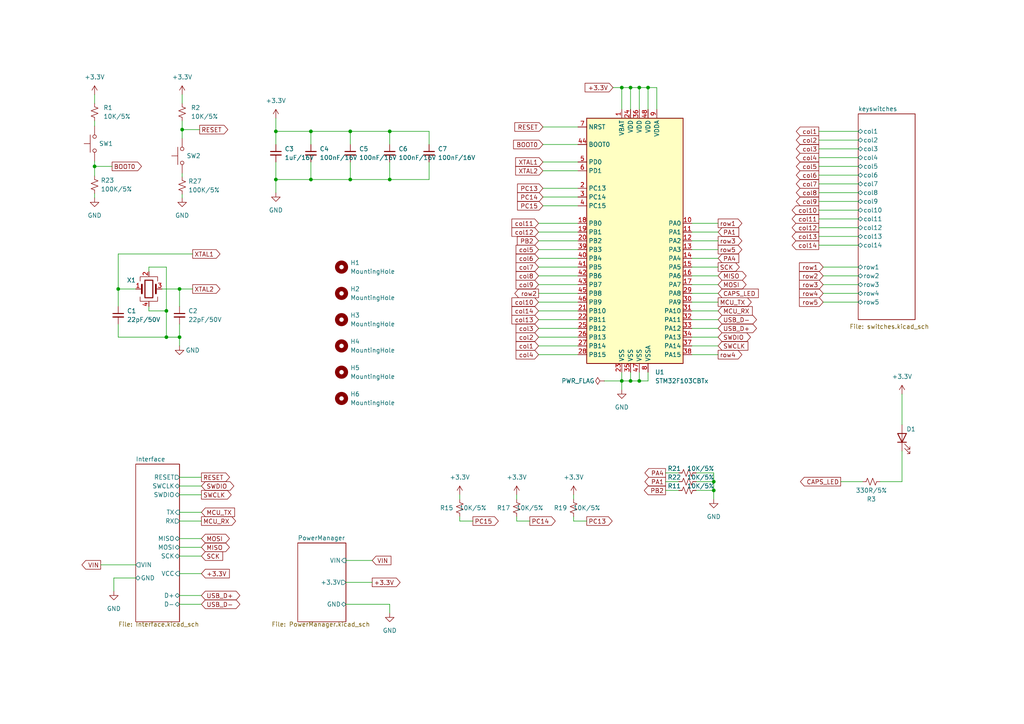
<source format=kicad_sch>
(kicad_sch (version 20211123) (generator eeschema)
  (paper "A4")
  (lib_symbols
    (symbol "Device:C_Small" (pin_numbers hide) (pin_names (offset 0.254) hide)
      (property "Reference" "C" (at 0.254 1.778 0))
      (property "Value" "C_Small" (at 0.254 -2.032 0))
      (symbol "C_Small_0_1"
        (polyline (pts (xy -1.524 -0.508) (xy 1.524 -0.508)) (stroke (width 0.3302)))
        (polyline (pts (xy -1.524 0.508) (xy 1.524 0.508)) (stroke (width 0.3048)))
      )
      (symbol "C_Small_1_1"
        (pin passive line (at 0 2.54 270) (length 2.032) (name "~") (number "1"))
        (pin passive line (at 0 -2.54 90) (length 2.032) (name "~") (number "2"))
      )
    )
    (symbol "Device:Crystal_GND24" (pin_names (offset 1.016) hide)
      (property "Reference" "Y" (at 3.175 5.08 0))
      (property "Value" "Crystal_GND24" (at 3.175 3.175 0))
      (symbol "Crystal_GND24_0_1"
        (rectangle (start -1.143 2.54) (end 1.143 -2.54) (stroke (width 0.3048)))
        (polyline (pts (xy -2.54 0) (xy -2.032 0)))
        (polyline (pts (xy -2.032 -1.27) (xy -2.032 1.27)) (stroke (width 0.508)))
        (polyline (pts (xy 0 -3.81) (xy 0 -3.556)))
        (polyline (pts (xy 0 3.556) (xy 0 3.81)))
        (polyline (pts (xy 2.032 -1.27) (xy 2.032 1.27)) (stroke (width 0.508)))
        (polyline (pts (xy 2.032 0) (xy 2.54 0)))
        (polyline (pts (xy -2.54 -2.286) (xy -2.54 -3.556) (xy 2.54 -3.556) (xy 2.54 -2.286)))
        (polyline (pts (xy -2.54 2.286) (xy -2.54 3.556) (xy 2.54 3.556) (xy 2.54 2.286)))
      )
      (symbol "Crystal_GND24_1_1"
        (pin passive line (at -3.81 0 0) (length 1.27) (name "1") (number "1"))
        (pin passive line (at 0 5.08 270) (length 1.27) (name "2") (number "2"))
        (pin passive line (at 3.81 0 180) (length 1.27) (name "3") (number "3"))
        (pin passive line (at 0 -5.08 90) (length 1.27) (name "4") (number "4"))
      )
    )
    (symbol "Device:LED" (pin_numbers hide) (pin_names (offset 1.016) hide)
      (property "Reference" "D" (at 0 2.54 0))
      (property "Value" "LED" (at 0 -2.54 0))
      (symbol "LED_0_1"
        (polyline (pts (xy -1.27 -1.27) (xy -1.27 1.27)) (stroke (width 0.254)))
        (polyline (pts (xy -1.27 0) (xy 1.27 0)))
        (polyline (pts (xy 1.27 -1.27) (xy 1.27 1.27) (xy -1.27 0) (xy 1.27 -1.27)) (stroke (width 0.254)))
        (polyline (pts (xy -3.048 -0.762) (xy -4.572 -2.286) (xy -3.81 -2.286) (xy -4.572 -2.286) (xy -4.572 -1.524)))
        (polyline (pts (xy -1.778 -0.762) (xy -3.302 -2.286) (xy -2.54 -2.286) (xy -3.302 -2.286) (xy -3.302 -1.524)))
      )
      (symbol "LED_1_1"
        (pin passive line (at -3.81 0 0) (length 2.54) (name "K") (number "1"))
        (pin passive line (at 3.81 0 180) (length 2.54) (name "A") (number "2"))
      )
    )
    (symbol "Device:R_Small_US" (pin_numbers hide) (pin_names (offset 0.254) hide)
      (property "Reference" "R" (at 0.762 0.508 0))
      (property "Value" "R_Small_US" (at 0.762 -1.016 0))
      (symbol "R_Small_US_1_1"
        (polyline (pts (xy 0 0) (xy 1.016 -0.381) (xy 0 -0.762) (xy -1.016 -1.143) (xy 0 -1.524)))
        (polyline (pts (xy 0 1.524) (xy 1.016 1.143) (xy 0 0.762) (xy -1.016 0.381) (xy 0 0)))
        (pin passive line (at 0 2.54 270) (length 1.016) (name "~") (number "1"))
        (pin passive line (at 0 -2.54 90) (length 1.016) (name "~") (number "2"))
      )
    )
    (symbol "MCU_ST_STM32F1:STM32F103CBTx"
      (property "Reference" "U" (at -15.24 36.83 0))
      (property "Value" "STM32F103CBTx" (at 7.62 36.83 0))
      (symbol "STM32F103CBTx_0_1"
        (rectangle (start -15.24 -35.56) (end 12.7 35.56) (stroke (width 0.254)) (fill (type background)))
      )
      (symbol "STM32F103CBTx_1_1"
        (pin power_in line (at -5.08 38.1 270) (length 2.54) (name "VBAT") (number "1"))
        (pin bidirectional line (at 15.24 5.08 180) (length 2.54) (name "PA0") (number "10"))
        (pin bidirectional line (at 15.24 2.54 180) (length 2.54) (name "PA1") (number "11"))
        (pin bidirectional line (at 15.24 0 180) (length 2.54) (name "PA2") (number "12"))
        (pin bidirectional line (at 15.24 -2.54 180) (length 2.54) (name "PA3") (number "13"))
        (pin bidirectional line (at 15.24 -5.08 180) (length 2.54) (name "PA4") (number "14"))
        (pin bidirectional line (at 15.24 -7.62 180) (length 2.54) (name "PA5") (number "15"))
        (pin bidirectional line (at 15.24 -10.16 180) (length 2.54) (name "PA6") (number "16"))
        (pin bidirectional line (at 15.24 -12.7 180) (length 2.54) (name "PA7") (number "17"))
        (pin bidirectional line (at -17.78 5.08 0) (length 2.54) (name "PB0") (number "18"))
        (pin bidirectional line (at -17.78 2.54 0) (length 2.54) (name "PB1") (number "19"))
        (pin bidirectional line (at -17.78 15.24 0) (length 2.54) (name "PC13") (number "2"))
        (pin bidirectional line (at -17.78 0 0) (length 2.54) (name "PB2") (number "20"))
        (pin bidirectional line (at -17.78 -20.32 0) (length 2.54) (name "PB10") (number "21"))
        (pin bidirectional line (at -17.78 -22.86 0) (length 2.54) (name "PB11") (number "22"))
        (pin power_in line (at -5.08 -38.1 90) (length 2.54) (name "VSS") (number "23"))
        (pin power_in line (at -2.54 38.1 270) (length 2.54) (name "VDD") (number "24"))
        (pin bidirectional line (at -17.78 -25.4 0) (length 2.54) (name "PB12") (number "25"))
        (pin bidirectional line (at -17.78 -27.94 0) (length 2.54) (name "PB13") (number "26"))
        (pin bidirectional line (at -17.78 -30.48 0) (length 2.54) (name "PB14") (number "27"))
        (pin bidirectional line (at -17.78 -33.02 0) (length 2.54) (name "PB15") (number "28"))
        (pin bidirectional line (at 15.24 -15.24 180) (length 2.54) (name "PA8") (number "29"))
        (pin bidirectional line (at -17.78 12.7 0) (length 2.54) (name "PC14") (number "3"))
        (pin bidirectional line (at 15.24 -17.78 180) (length 2.54) (name "PA9") (number "30"))
        (pin bidirectional line (at 15.24 -20.32 180) (length 2.54) (name "PA10") (number "31"))
        (pin bidirectional line (at 15.24 -22.86 180) (length 2.54) (name "PA11") (number "32"))
        (pin bidirectional line (at 15.24 -25.4 180) (length 2.54) (name "PA12") (number "33"))
        (pin bidirectional line (at 15.24 -27.94 180) (length 2.54) (name "PA13") (number "34"))
        (pin power_in line (at -2.54 -38.1 90) (length 2.54) (name "VSS") (number "35"))
        (pin power_in line (at 0 38.1 270) (length 2.54) (name "VDD") (number "36"))
        (pin bidirectional line (at 15.24 -30.48 180) (length 2.54) (name "PA14") (number "37"))
        (pin bidirectional line (at 15.24 -33.02 180) (length 2.54) (name "PA15") (number "38"))
        (pin bidirectional line (at -17.78 -2.54 0) (length 2.54) (name "PB3") (number "39"))
        (pin bidirectional line (at -17.78 10.16 0) (length 2.54) (name "PC15") (number "4"))
        (pin bidirectional line (at -17.78 -5.08 0) (length 2.54) (name "PB4") (number "40"))
        (pin bidirectional line (at -17.78 -7.62 0) (length 2.54) (name "PB5") (number "41"))
        (pin bidirectional line (at -17.78 -10.16 0) (length 2.54) (name "PB6") (number "42"))
        (pin bidirectional line (at -17.78 -12.7 0) (length 2.54) (name "PB7") (number "43"))
        (pin input line (at -17.78 27.94 0) (length 2.54) (name "BOOT0") (number "44"))
        (pin bidirectional line (at -17.78 -15.24 0) (length 2.54) (name "PB8") (number "45"))
        (pin bidirectional line (at -17.78 -17.78 0) (length 2.54) (name "PB9") (number "46"))
        (pin power_in line (at 0 -38.1 90) (length 2.54) (name "VSS") (number "47"))
        (pin power_in line (at 2.54 38.1 270) (length 2.54) (name "VDD") (number "48"))
        (pin input line (at -17.78 22.86 0) (length 2.54) (name "PD0") (number "5"))
        (pin input line (at -17.78 20.32 0) (length 2.54) (name "PD1") (number "6"))
        (pin input line (at -17.78 33.02 0) (length 2.54) (name "NRST") (number "7"))
        (pin power_in line (at 2.54 -38.1 90) (length 2.54) (name "VSSA") (number "8"))
        (pin power_in line (at 5.08 38.1 270) (length 2.54) (name "VDDA") (number "9"))
      )
    )
    (symbol "Mechanical:MountingHole" (pin_names (offset 1.016))
      (property "Reference" "H" (at 0 5.08 0))
      (property "Value" "MountingHole" (at 0 3.175 0))
      (symbol "MountingHole_0_1"
        (circle (center 0 0) (radius 1.27) (stroke (width 1.27)))
      )
    )
    (symbol "Switch:SW_Push" (pin_numbers hide) (pin_names (offset 1.016) hide)
      (property "Reference" "SW" (at 1.27 2.54 0))
      (property "Value" "SW_Push" (at 0 -1.524 0))
      (symbol "SW_Push_0_1"
        (circle (center -2.032 0) (radius 0.508))
        (polyline (pts (xy 0 1.27) (xy 0 3.048)))
        (polyline (pts (xy 2.54 1.27) (xy -2.54 1.27)))
        (circle (center 2.032 0) (radius 0.508))
        (pin passive line (at -5.08 0 0) (length 2.54) (name "1") (number "1"))
        (pin passive line (at 5.08 0 180) (length 2.54) (name "2") (number "2"))
      )
    )
    (symbol "power:+3.3V" (power) (pin_names (offset 0))
      (property "Value" "+3.3V" (at 0 3.556 0))
      (symbol "+3.3V_0_1"
        (polyline (pts (xy -0.762 1.27) (xy 0 2.54)))
        (polyline (pts (xy 0 0) (xy 0 2.54)))
        (polyline (pts (xy 0 2.54) (xy 0.762 1.27)))
      )
      (symbol "+3.3V_1_1"
        (pin power_in line (at 0 0 90) (length 0) hide (name "+3.3V") (number "1"))
      )
    )
    (symbol "power:GND" (power) (pin_names (offset 0))
      (property "Value" "GND" (at 0 -3.81 0))
      (symbol "GND_0_1"
        (polyline (pts (xy 0 0) (xy 0 -1.27) (xy 1.27 -1.27) (xy 0 -2.54) (xy -1.27 -1.27) (xy 0 -1.27)))
      )
      (symbol "GND_1_1"
        (pin power_in line (at 0 0 270) (length 0) hide (name "GND") (number "1"))
      )
    )
    (symbol "power:PWR_FLAG" (power) (pin_numbers hide) (pin_names (offset 0) hide)
      (property "Value" "PWR_FLAG" (at 0 3.81 0))
      (symbol "PWR_FLAG_0_0"
        (pin power_out line (at 0 0 90) (length 0) (name "pwr") (number "1"))
      )
      (symbol "PWR_FLAG_0_1"
        (polyline (pts (xy 0 0) (xy 0 1.27) (xy -1.016 1.905) (xy 0 2.54) (xy 1.016 1.905) (xy 0 1.27)))
      )
    )
  )
  (junction (at 34.29 83.82))
  (junction (at 101.6 52.07))
  (junction (at 180.34 110.49))
  (junction (at 185.42 110.49))
  (junction (at 52.07 97.79))
  (junction (at 27.432 48.26))
  (junction (at 90.17 52.07))
  (junction (at 182.88 25.4))
  (junction (at 80.01 52.07))
  (junction (at 113.03 52.07))
  (junction (at 187.96 25.4))
  (junction (at 113.03 38.1))
  (junction (at 48.26 90.17))
  (junction (at 185.42 25.4))
  (junction (at 48.26 97.79))
  (junction (at 207.01 139.7))
  (junction (at 52.07 83.82))
  (junction (at 80.01 38.1))
  (junction (at 90.17 38.1))
  (junction (at 207.01 142.24))
  (junction (at 180.34 25.4))
  (junction (at 52.832 37.592))
  (junction (at 101.6 38.1))
  (junction (at 182.88 110.49))
  (wire (pts (xy 100.33 175.26) (xy 113.03 175.26)))
  (wire (pts (xy 124.46 38.1) (xy 124.46 41.91)))
  (wire (pts (xy 261.62 114.3) (xy 261.62 123.19)))
  (wire (pts (xy 52.07 158.75) (xy 58.42 158.75)))
  (wire (pts (xy 237.49 60.96) (xy 248.92 60.96)))
  (wire (pts (xy 166.37 149.86) (xy 166.37 151.13)))
  (wire (pts (xy 52.07 140.97) (xy 58.42 140.97)))
  (wire (pts (xy 156.21 85.09) (xy 167.64 85.09)))
  (wire (pts (xy 200.66 87.63) (xy 208.28 87.63)))
  (wire (pts (xy 52.07 138.43) (xy 58.42 138.43)))
  (wire (pts (xy 133.35 143.51) (xy 133.35 144.78)))
  (wire (pts (xy 52.07 156.21) (xy 58.42 156.21)))
  (wire (pts (xy 237.49 38.1) (xy 248.92 38.1)))
  (wire (pts (xy 149.86 151.13) (xy 153.67 151.13)))
  (wire (pts (xy 90.17 46.99) (xy 90.17 52.07)))
  (wire (pts (xy 182.88 25.4) (xy 185.42 25.4)))
  (wire (pts (xy 243.84 139.7) (xy 250.19 139.7)))
  (wire (pts (xy 52.07 93.98) (xy 52.07 97.79)))
  (wire (pts (xy 156.21 64.77) (xy 167.64 64.77)))
  (wire (pts (xy 80.01 52.07) (xy 80.01 55.88)))
  (wire (pts (xy 200.66 72.39) (xy 208.28 72.39)))
  (wire (pts (xy 80.01 38.1) (xy 90.17 38.1)))
  (wire (pts (xy 52.07 143.51) (xy 58.42 143.51)))
  (wire (pts (xy 100.33 168.91) (xy 107.95 168.91)))
  (wire (pts (xy 156.21 87.63) (xy 167.64 87.63)))
  (wire (pts (xy 193.04 137.16) (xy 196.85 137.16)))
  (wire (pts (xy 200.66 69.85) (xy 208.28 69.85)))
  (wire (pts (xy 200.66 95.25) (xy 208.28 95.25)))
  (wire (pts (xy 33.02 167.64) (xy 39.37 167.64)))
  (wire (pts (xy 201.93 142.24) (xy 207.01 142.24)))
  (wire (pts (xy 52.832 27.432) (xy 52.832 29.972)))
  (wire (pts (xy 113.03 38.1) (xy 113.03 41.91)))
  (wire (pts (xy 27.432 48.26) (xy 32.512 48.26)))
  (wire (pts (xy 157.48 46.99) (xy 167.64 46.99)))
  (wire (pts (xy 255.27 139.7) (xy 261.62 139.7)))
  (wire (pts (xy 27.432 46.736) (xy 27.432 48.26)))
  (wire (pts (xy 237.49 66.04) (xy 248.92 66.04)))
  (wire (pts (xy 52.832 37.592) (xy 52.832 40.132)))
  (wire (pts (xy 48.26 77.47) (xy 48.26 90.17)))
  (wire (pts (xy 156.21 97.79) (xy 167.64 97.79)))
  (wire (pts (xy 200.66 97.79) (xy 208.28 97.79)))
  (wire (pts (xy 52.07 148.59) (xy 58.42 148.59)))
  (wire (pts (xy 182.88 110.49) (xy 185.42 110.49)))
  (wire (pts (xy 80.01 46.99) (xy 80.01 52.07)))
  (wire (pts (xy 156.21 67.31) (xy 167.64 67.31)))
  (wire (pts (xy 200.66 90.17) (xy 208.28 90.17)))
  (wire (pts (xy 157.48 41.91) (xy 167.64 41.91)))
  (wire (pts (xy 200.66 64.77) (xy 208.28 64.77)))
  (wire (pts (xy 187.96 25.4) (xy 187.96 31.75)))
  (wire (pts (xy 113.03 46.99) (xy 113.03 52.07)))
  (wire (pts (xy 185.42 110.49) (xy 187.96 110.49)))
  (wire (pts (xy 156.21 100.33) (xy 167.64 100.33)))
  (wire (pts (xy 46.99 83.82) (xy 52.07 83.82)))
  (wire (pts (xy 156.21 102.87) (xy 167.64 102.87)))
  (wire (pts (xy 166.37 143.51) (xy 166.37 144.78)))
  (wire (pts (xy 237.49 43.18) (xy 248.92 43.18)))
  (wire (pts (xy 27.432 27.432) (xy 27.432 29.972)))
  (wire (pts (xy 207.01 142.24) (xy 207.01 144.78)))
  (wire (pts (xy 207.01 137.16) (xy 207.01 139.7)))
  (wire (pts (xy 52.832 35.052) (xy 52.832 37.592)))
  (wire (pts (xy 200.66 102.87) (xy 208.28 102.87)))
  (wire (pts (xy 100.33 162.56) (xy 107.95 162.56)))
  (wire (pts (xy 157.48 57.15) (xy 167.64 57.15)))
  (wire (pts (xy 133.35 151.13) (xy 137.16 151.13)))
  (wire (pts (xy 48.26 97.79) (xy 52.07 97.79)))
  (wire (pts (xy 113.03 52.07) (xy 101.6 52.07)))
  (wire (pts (xy 52.832 37.592) (xy 57.912 37.592)))
  (wire (pts (xy 200.66 100.33) (xy 208.28 100.33)))
  (wire (pts (xy 80.01 38.1) (xy 80.01 41.91)))
  (wire (pts (xy 177.8 25.4) (xy 180.34 25.4)))
  (wire (pts (xy 43.18 90.17) (xy 43.18 88.9)))
  (wire (pts (xy 237.49 50.8) (xy 248.92 50.8)))
  (wire (pts (xy 34.29 93.98) (xy 34.29 97.79)))
  (wire (pts (xy 52.07 97.79) (xy 52.07 100.33)))
  (wire (pts (xy 27.432 56.134) (xy 27.432 57.404)))
  (wire (pts (xy 185.42 25.4) (xy 187.96 25.4)))
  (wire (pts (xy 185.42 107.95) (xy 185.42 110.49)))
  (wire (pts (xy 48.26 90.17) (xy 48.26 97.79)))
  (wire (pts (xy 166.37 151.13) (xy 170.18 151.13)))
  (wire (pts (xy 133.35 149.86) (xy 133.35 151.13)))
  (wire (pts (xy 237.49 58.42) (xy 248.92 58.42)))
  (wire (pts (xy 157.48 54.61) (xy 167.64 54.61)))
  (wire (pts (xy 180.34 31.75) (xy 180.34 25.4)))
  (wire (pts (xy 52.07 172.72) (xy 58.42 172.72)))
  (wire (pts (xy 156.21 90.17) (xy 167.64 90.17)))
  (wire (pts (xy 237.49 63.5) (xy 248.92 63.5)))
  (wire (pts (xy 156.21 95.25) (xy 167.64 95.25)))
  (wire (pts (xy 39.37 83.82) (xy 34.29 83.82)))
  (wire (pts (xy 237.49 71.12) (xy 248.92 71.12)))
  (wire (pts (xy 90.17 52.07) (xy 80.01 52.07)))
  (wire (pts (xy 200.66 80.01) (xy 208.28 80.01)))
  (wire (pts (xy 201.93 139.7) (xy 207.01 139.7)))
  (wire (pts (xy 52.07 83.82) (xy 52.07 88.9)))
  (wire (pts (xy 180.34 107.95) (xy 180.34 110.49)))
  (wire (pts (xy 238.76 82.55) (xy 248.92 82.55)))
  (wire (pts (xy 261.62 130.81) (xy 261.62 139.7)))
  (wire (pts (xy 157.48 59.69) (xy 167.64 59.69)))
  (wire (pts (xy 238.76 85.09) (xy 248.92 85.09)))
  (wire (pts (xy 29.21 163.83) (xy 39.37 163.83)))
  (wire (pts (xy 207.01 139.7) (xy 207.01 142.24)))
  (wire (pts (xy 101.6 38.1) (xy 101.6 41.91)))
  (wire (pts (xy 200.66 77.47) (xy 208.28 77.47)))
  (wire (pts (xy 237.49 55.88) (xy 248.92 55.88)))
  (wire (pts (xy 52.07 151.13) (xy 58.42 151.13)))
  (wire (pts (xy 156.21 77.47) (xy 167.64 77.47)))
  (wire (pts (xy 33.02 171.45) (xy 33.02 167.64)))
  (wire (pts (xy 237.49 45.72) (xy 248.92 45.72)))
  (wire (pts (xy 193.04 142.24) (xy 196.85 142.24)))
  (wire (pts (xy 43.18 77.47) (xy 48.26 77.47)))
  (wire (pts (xy 200.66 82.55) (xy 208.28 82.55)))
  (wire (pts (xy 200.66 92.71) (xy 208.28 92.71)))
  (wire (pts (xy 237.49 48.26) (xy 248.92 48.26)))
  (wire (pts (xy 187.96 107.95) (xy 187.96 110.49)))
  (wire (pts (xy 52.832 56.388) (xy 52.832 57.404)))
  (wire (pts (xy 182.88 110.49) (xy 180.34 110.49)))
  (wire (pts (xy 27.432 48.26) (xy 27.432 51.054)))
  (wire (pts (xy 52.07 161.29) (xy 58.42 161.29)))
  (wire (pts (xy 156.21 74.93) (xy 167.64 74.93)))
  (wire (pts (xy 101.6 46.99) (xy 101.6 52.07)))
  (wire (pts (xy 55.88 73.66) (xy 34.29 73.66)))
  (wire (pts (xy 34.29 97.79) (xy 48.26 97.79)))
  (wire (pts (xy 156.21 92.71) (xy 167.64 92.71)))
  (wire (pts (xy 180.34 25.4) (xy 182.88 25.4)))
  (wire (pts (xy 124.46 52.07) (xy 113.03 52.07)))
  (wire (pts (xy 182.88 107.95) (xy 182.88 110.49)))
  (wire (pts (xy 180.34 110.49) (xy 180.34 113.03)))
  (wire (pts (xy 190.5 25.4) (xy 190.5 31.75)))
  (wire (pts (xy 52.07 166.37) (xy 58.42 166.37)))
  (wire (pts (xy 182.88 25.4) (xy 182.88 31.75)))
  (wire (pts (xy 237.49 40.64) (xy 248.92 40.64)))
  (wire (pts (xy 156.21 72.39) (xy 167.64 72.39)))
  (wire (pts (xy 237.49 68.58) (xy 248.92 68.58)))
  (wire (pts (xy 34.29 73.66) (xy 34.29 83.82)))
  (wire (pts (xy 200.66 85.09) (xy 208.28 85.09)))
  (wire (pts (xy 27.432 35.052) (xy 27.432 36.576)))
  (wire (pts (xy 124.46 46.99) (xy 124.46 52.07)))
  (wire (pts (xy 101.6 52.07) (xy 90.17 52.07)))
  (wire (pts (xy 238.76 87.63) (xy 248.92 87.63)))
  (wire (pts (xy 43.18 90.17) (xy 48.26 90.17)))
  (wire (pts (xy 149.86 149.86) (xy 149.86 151.13)))
  (wire (pts (xy 237.49 53.34) (xy 248.92 53.34)))
  (wire (pts (xy 200.66 67.31) (xy 208.28 67.31)))
  (wire (pts (xy 90.17 38.1) (xy 101.6 38.1)))
  (wire (pts (xy 113.03 38.1) (xy 124.46 38.1)))
  (wire (pts (xy 113.03 175.26) (xy 113.03 177.8)))
  (wire (pts (xy 185.42 25.4) (xy 185.42 31.75)))
  (wire (pts (xy 101.6 38.1) (xy 113.03 38.1)))
  (wire (pts (xy 34.29 83.82) (xy 34.29 88.9)))
  (wire (pts (xy 90.17 38.1) (xy 90.17 41.91)))
  (wire (pts (xy 156.21 80.01) (xy 167.64 80.01)))
  (wire (pts (xy 43.18 78.74) (xy 43.18 77.47)))
  (wire (pts (xy 175.26 110.49) (xy 180.34 110.49)))
  (wire (pts (xy 52.07 175.26) (xy 58.42 175.26)))
  (wire (pts (xy 156.21 82.55) (xy 167.64 82.55)))
  (wire (pts (xy 238.76 80.01) (xy 248.92 80.01)))
  (wire (pts (xy 157.48 36.83) (xy 167.64 36.83)))
  (wire (pts (xy 193.04 139.7) (xy 196.85 139.7)))
  (wire (pts (xy 156.21 69.85) (xy 167.64 69.85)))
  (wire (pts (xy 80.01 34.29) (xy 80.01 38.1)))
  (wire (pts (xy 52.832 50.292) (xy 52.832 51.308)))
  (wire (pts (xy 238.76 77.47) (xy 248.92 77.47)))
  (wire (pts (xy 200.66 74.93) (xy 208.28 74.93)))
  (wire (pts (xy 149.86 143.51) (xy 149.86 144.78)))
  (wire (pts (xy 52.07 83.82) (xy 55.88 83.82)))
  (wire (pts (xy 157.48 49.53) (xy 167.64 49.53)))
  (wire (pts (xy 201.93 137.16) (xy 207.01 137.16)))
  (wire (pts (xy 187.96 25.4) (xy 190.5 25.4)))
  (global_label "+3.3V" (shape output) (at 107.95 168.91 0) (property "插入圖紙頁參考" "${INTERSHEET_REFS}" (effects hide)))
  (global_label "XTAL1" (shape output) (at 55.88 73.66 0) (property "插入圖紙頁參考" "${INTERSHEET_REFS}" (effects hide)))
  (global_label "BOOT0" (shape output) (at 32.512 48.26 0) (property "插入圖紙頁參考" "${INTERSHEET_REFS}" (effects hide)))
  (global_label "PB2" (shape output) (at 193.04 142.24 180) (property "插入圖紙頁參考" "${INTERSHEET_REFS}" (effects hide)))
  (global_label "row4" (shape input) (at 238.76 85.09 180) (property "插入圖紙頁參考" "${INTERSHEET_REFS}" (effects hide)))
  (global_label "col4" (shape output) (at 237.49 45.72 180) (property "插入圖紙頁參考" "${INTERSHEET_REFS}" (effects hide)))
  (global_label "col7" (shape input) (at 156.21 77.47 180) (property "插入圖紙頁參考" "${INTERSHEET_REFS}" (effects hide)))
  (global_label "col5" (shape input) (at 156.21 72.39 180) (property "插入圖紙頁參考" "${INTERSHEET_REFS}" (effects hide)))
  (global_label "MCU_RX" (shape input) (at 208.28 90.17 0) (property "插入圖紙頁參考" "${INTERSHEET_REFS}" (effects hide)))
  (global_label "SWCLK" (shape input) (at 208.28 100.33 0) (property "插入圖紙頁參考" "${INTERSHEET_REFS}" (effects hide)))
  (global_label "CAPS_LED" (shape input) (at 208.28 85.09 0) (property "插入圖紙頁參考" "${INTERSHEET_REFS}" (effects hide)))
  (global_label "CAPS_LED" (shape output) (at 243.84 139.7 180) (property "插入圖紙頁參考" "${INTERSHEET_REFS}" (effects hide)))
  (global_label "col14" (shape output) (at 237.49 71.12 180) (property "插入圖紙頁參考" "${INTERSHEET_REFS}" (effects hide)))
  (global_label "row1" (shape input) (at 238.76 77.47 180) (property "插入圖紙頁參考" "${INTERSHEET_REFS}" (effects hide)))
  (global_label "SCK" (shape output) (at 208.28 77.47 0) (property "插入圖紙頁參考" "${INTERSHEET_REFS}" (effects hide)))
  (global_label "col8" (shape output) (at 237.49 55.88 180) (property "插入圖紙頁參考" "${INTERSHEET_REFS}" (effects hide)))
  (global_label "col3" (shape output) (at 237.49 43.18 180) (property "插入圖紙頁參考" "${INTERSHEET_REFS}" (effects hide)))
  (global_label "row5" (shape input) (at 238.76 87.63 180) (property "插入圖紙頁參考" "${INTERSHEET_REFS}" (effects hide)))
  (global_label "PB2" (shape input) (at 156.21 69.85 180) (property "插入圖紙頁參考" "${INTERSHEET_REFS}" (effects hide)))
  (global_label "USB_D-" (shape bidirectional) (at 208.28 92.71 0) (property "插入圖紙頁參考" "${INTERSHEET_REFS}" (effects hide)))
  (global_label "col4" (shape input) (at 156.21 102.87 180) (property "插入圖紙頁參考" "${INTERSHEET_REFS}" (effects hide)))
  (global_label "MOSI" (shape bidirectional) (at 208.28 82.55 0) (property "插入圖紙頁參考" "${INTERSHEET_REFS}" (effects hide)))
  (global_label "PA4" (shape output) (at 193.04 137.16 180) (property "插入圖紙頁參考" "${INTERSHEET_REFS}" (effects hide)))
  (global_label "col2" (shape output) (at 237.49 40.64 180) (property "插入圖紙頁參考" "${INTERSHEET_REFS}" (effects hide)))
  (global_label "PA1" (shape output) (at 193.04 139.7 180) (property "插入圖紙頁參考" "${INTERSHEET_REFS}" (effects hide)))
  (global_label "+3.3V" (shape input) (at 58.42 166.37 0) (property "插入圖紙頁參考" "${INTERSHEET_REFS}" (effects hide)))
  (global_label "col11" (shape input) (at 156.21 64.77 180) (property "插入圖紙頁參考" "${INTERSHEET_REFS}" (effects hide)))
  (global_label "PA1" (shape input) (at 208.28 67.31 0) (property "插入圖紙頁參考" "${INTERSHEET_REFS}" (effects hide)))
  (global_label "RESET" (shape output) (at 58.42 138.43 0) (property "插入圖紙頁參考" "${INTERSHEET_REFS}" (effects hide)))
  (global_label "col12" (shape output) (at 237.49 66.04 180) (property "插入圖紙頁參考" "${INTERSHEET_REFS}" (effects hide)))
  (global_label "PC13" (shape input) (at 157.48 54.61 180) (property "插入圖紙頁參考" "${INTERSHEET_REFS}" (effects hide)))
  (global_label "PC13" (shape output) (at 170.18 151.13 0) (property "插入圖紙頁參考" "${INTERSHEET_REFS}" (effects hide)))
  (global_label "PC15" (shape input) (at 157.48 59.69 180) (property "插入圖紙頁參考" "${INTERSHEET_REFS}" (effects hide)))
  (global_label "RESET" (shape output) (at 57.912 37.592 0) (property "插入圖紙頁參考" "${INTERSHEET_REFS}" (effects hide)))
  (global_label "MCU_TX" (shape output) (at 208.28 87.63 0) (property "插入圖紙頁參考" "${INTERSHEET_REFS}" (effects hide)))
  (global_label "row1" (shape output) (at 208.28 64.77 0) (property "插入圖紙頁參考" "${INTERSHEET_REFS}" (effects hide)))
  (global_label "USB_D+" (shape bidirectional) (at 58.42 172.72 0) (property "插入圖紙頁參考" "${INTERSHEET_REFS}" (effects hide)))
  (global_label "VIN" (shape input) (at 107.95 162.56 0) (property "插入圖紙頁參考" "${INTERSHEET_REFS}" (effects hide)))
  (global_label "row4" (shape output) (at 208.28 102.87 0) (property "插入圖紙頁參考" "${INTERSHEET_REFS}" (effects hide)))
  (global_label "col2" (shape input) (at 156.21 97.79 180) (property "插入圖紙頁參考" "${INTERSHEET_REFS}" (effects hide)))
  (global_label "col8" (shape input) (at 156.21 80.01 180) (property "插入圖紙頁參考" "${INTERSHEET_REFS}" (effects hide)))
  (global_label "col1" (shape input) (at 156.21 100.33 180) (property "插入圖紙頁參考" "${INTERSHEET_REFS}" (effects hide)))
  (global_label "SWDIO" (shape bidirectional) (at 58.42 140.97 0) (property "插入圖紙頁參考" "${INTERSHEET_REFS}" (effects hide)))
  (global_label "row3" (shape output) (at 208.28 69.85 0) (property "插入圖紙頁參考" "${INTERSHEET_REFS}" (effects hide)))
  (global_label "col12" (shape input) (at 156.21 67.31 180) (property "插入圖紙頁參考" "${INTERSHEET_REFS}" (effects hide)))
  (global_label "XTAL2" (shape output) (at 55.88 83.82 0) (property "插入圖紙頁參考" "${INTERSHEET_REFS}" (effects hide)))
  (global_label "col1" (shape output) (at 237.49 38.1 180) (property "插入圖紙頁參考" "${INTERSHEET_REFS}" (effects hide)))
  (global_label "SCK" (shape input) (at 58.42 161.29 0) (property "插入圖紙頁參考" "${INTERSHEET_REFS}" (effects hide)))
  (global_label "SWDIO" (shape bidirectional) (at 208.28 97.79 0) (property "插入圖紙頁參考" "${INTERSHEET_REFS}" (effects hide)))
  (global_label "col3" (shape input) (at 156.21 95.25 180) (property "插入圖紙頁參考" "${INTERSHEET_REFS}" (effects hide)))
  (global_label "PC14" (shape input) (at 157.48 57.15 180) (property "插入圖紙頁參考" "${INTERSHEET_REFS}" (effects hide)))
  (global_label "SWCLK" (shape output) (at 58.42 143.51 0) (property "插入圖紙頁參考" "${INTERSHEET_REFS}" (effects hide)))
  (global_label "col9" (shape input) (at 156.21 82.55 180) (property "插入圖紙頁參考" "${INTERSHEET_REFS}" (effects hide)))
  (global_label "row2" (shape input) (at 238.76 80.01 180) (property "插入圖紙頁參考" "${INTERSHEET_REFS}" (effects hide)))
  (global_label "row3" (shape input) (at 238.76 82.55 180) (property "插入圖紙頁參考" "${INTERSHEET_REFS}" (effects hide)))
  (global_label "MCU_TX" (shape input) (at 58.42 148.59 0) (property "插入圖紙頁參考" "${INTERSHEET_REFS}" (effects hide)))
  (global_label "col10" (shape output) (at 237.49 60.96 180) (property "插入圖紙頁參考" "${INTERSHEET_REFS}" (effects hide)))
  (global_label "row2" (shape output) (at 156.21 85.09 180) (property "插入圖紙頁參考" "${INTERSHEET_REFS}" (effects hide)))
  (global_label "XTAL1" (shape input) (at 157.48 46.99 180) (property "插入圖紙頁參考" "${INTERSHEET_REFS}" (effects hide)))
  (global_label "MCU_RX" (shape output) (at 58.42 151.13 0) (property "插入圖紙頁參考" "${INTERSHEET_REFS}" (effects hide)))
  (global_label "PA4" (shape input) (at 208.28 74.93 0) (property "插入圖紙頁參考" "${INTERSHEET_REFS}" (effects hide)))
  (global_label "col6" (shape input) (at 156.21 74.93 180) (property "插入圖紙頁參考" "${INTERSHEET_REFS}" (effects hide)))
  (global_label "col10" (shape input) (at 156.21 87.63 180) (property "插入圖紙頁參考" "${INTERSHEET_REFS}" (effects hide)))
  (global_label "row5" (shape output) (at 208.28 72.39 0) (property "插入圖紙頁參考" "${INTERSHEET_REFS}" (effects hide)))
  (global_label "col5" (shape output) (at 237.49 48.26 180) (property "插入圖紙頁參考" "${INTERSHEET_REFS}" (effects hide)))
  (global_label "col13" (shape output) (at 237.49 68.58 180) (property "插入圖紙頁參考" "${INTERSHEET_REFS}" (effects hide)))
  (global_label "col9" (shape output) (at 237.49 58.42 180) (property "插入圖紙頁參考" "${INTERSHEET_REFS}" (effects hide)))
  (global_label "RESET" (shape input) (at 157.48 36.83 180) (property "插入圖紙頁參考" "${INTERSHEET_REFS}" (effects hide)))
  (global_label "col14" (shape input) (at 156.21 90.17 180) (property "插入圖紙頁參考" "${INTERSHEET_REFS}" (effects hide)))
  (global_label "BOOT0" (shape input) (at 157.48 41.91 180) (property "插入圖紙頁參考" "${INTERSHEET_REFS}" (effects hide)))
  (global_label "col11" (shape output) (at 237.49 63.5 180) (property "插入圖紙頁參考" "${INTERSHEET_REFS}" (effects hide)))
  (global_label "+3.3V" (shape input) (at 177.8 25.4 180) (property "插入圖紙頁參考" "${INTERSHEET_REFS}" (effects hide)))
  (global_label "MISO" (shape bidirectional) (at 58.42 158.75 0) (property "插入圖紙頁參考" "${INTERSHEET_REFS}" (effects hide)))
  (global_label "USB_D-" (shape bidirectional) (at 58.42 175.26 0) (property "插入圖紙頁參考" "${INTERSHEET_REFS}" (effects hide)))
  (global_label "col7" (shape output) (at 237.49 53.34 180) (property "插入圖紙頁參考" "${INTERSHEET_REFS}" (effects hide)))
  (global_label "col13" (shape input) (at 156.21 92.71 180) (property "插入圖紙頁參考" "${INTERSHEET_REFS}" (effects hide)))
  (global_label "MOSI" (shape bidirectional) (at 58.42 156.21 0) (property "插入圖紙頁參考" "${INTERSHEET_REFS}" (effects hide)))
  (global_label "PC15" (shape output) (at 137.16 151.13 0) (property "插入圖紙頁參考" "${INTERSHEET_REFS}" (effects hide)))
  (global_label "MISO" (shape bidirectional) (at 208.28 80.01 0) (property "插入圖紙頁參考" "${INTERSHEET_REFS}" (effects hide)))
  (global_label "PC14" (shape output) (at 153.67 151.13 0) (property "插入圖紙頁參考" "${INTERSHEET_REFS}" (effects hide)))
  (global_label "USB_D+" (shape bidirectional) (at 208.28 95.25 0) (property "插入圖紙頁參考" "${INTERSHEET_REFS}" (effects hide)))
  (global_label "XTAL2" (shape input) (at 157.48 49.53 180) (property "插入圖紙頁參考" "${INTERSHEET_REFS}" (effects hide)))
  (global_label "col6" (shape output) (at 237.49 50.8 180) (property "插入圖紙頁參考" "${INTERSHEET_REFS}" (effects hide)))
  (global_label "VIN" (shape output) (at 29.21 163.83 180) (property "插入圖紙頁參考" "${INTERSHEET_REFS}" (effects hide)))
  (symbol (lib_id "power:GND") (at 113.03 177.8 0) (unit 1)
    (property "Reference" "#PWR09" (effects hide))
    (property "Value" "GND" (at 113.03 182.88 0))
  )
  (symbol (lib_id "Device:R_Small_US") (at 166.37 147.32 0) (unit 1)
    (property "Reference" "R19" (at 162.56 147.32 0))
    (property "Value" "10K/5%" (at 170.18 147.32 0))
    (property "Footprint" "Resistor_SMD:R_0603_1608Metric" (effects hide))
  )
  (symbol (lib_id "Device:C_Small") (at 113.03 44.45 0) (unit 1)
    (property "Reference" "C6" (at 115.57 43.1862 0) (effects (justify left)))
    (property "Value" "100nF/16V" (at 115.57 45.7262 0) (effects (justify left)))
    (property "Footprint" "Capacitor_SMD:C_0603_1608Metric" (effects hide))
  )
  (symbol (lib_id "Mechanical:MountingHole") (at 99.06 92.71 0) (unit 1)
    (property "Reference" "H3" (at 101.6 91.4399 0) (effects (justify left)))
    (property "Value" "MountingHole" (at 101.6 93.9799 0) (effects (justify left)))
    (property "Footprint" "MountingHole:MountingHole_3.2mm_M3_Pad_TopOnly" (effects hide))
  )
  (symbol (lib_id "power:+3.3V") (at 261.62 114.3 0) (unit 1)
    (property "Reference" "#PWR011" (effects hide))
    (property "Value" "+3.3V" (at 261.62 109.22 0))
  )
  (symbol (lib_id "Device:R_Small_US") (at 27.432 32.512 0) (unit 1)
    (property "Reference" "R1" (at 29.972 31.2419 0) (effects (justify left)))
    (property "Value" "10K/5%" (at 29.972 33.7819 0) (effects (justify left)))
    (property "Footprint" "Resistor_SMD:R_0603_1608Metric" (effects hide))
  )
  (symbol (lib_id "power:+3.3V") (at 133.35 143.51 0) (unit 1)
    (property "Reference" "#PWR016" (effects hide))
    (property "Value" "+3.3V" (at 133.35 138.43 0))
  )
  (symbol (lib_id "Device:R_Small_US") (at 199.39 139.7 270) (unit 1)
    (property "Reference" "R22" (at 195.58 138.43 90))
    (property "Value" "10K/5%" (at 203.2 138.43 90))
    (property "Footprint" "Resistor_SMD:R_0603_1608Metric" (effects hide))
  )
  (symbol (lib_id "power:GND") (at 52.07 100.33 0) (unit 1)
    (property "Reference" "#PWR04" (effects hide))
    (property "Value" "GND" (at 55.88 101.6 0))
  )
  (symbol (lib_id "Switch:SW_Push") (at 52.832 45.212 90) (unit 1)
    (property "Reference" "SW2" (at 54.102 45.212 90) (effects (justify right)))
    (property "Value" "SW_Push" (effects hide))
    (property "Footprint" "Button_Switch_SMD:SW_Push_1P1T_NO_CK_KSC6xxJ" (effects hide))
  )
  (symbol (lib_id "Switch:SW_Push") (at 27.432 41.656 90) (unit 1)
    (property "Reference" "SW1" (at 28.702 41.656 90) (effects (justify right)))
    (property "Value" "SW_Push" (effects hide))
    (property "Footprint" "Button_Switch_SMD:SW_Push_1P1T_NO_CK_KSC6xxJ" (effects hide))
  )
  (symbol (lib_id "power:+3.3V") (at 52.832 27.432 0) (unit 1)
    (property "Reference" "#PWR05" (effects hide))
    (property "Value" "+3.3V" (at 52.832 22.352 0))
  )
  (symbol (lib_id "power:GND") (at 207.01 144.78 0) (unit 1)
    (property "Reference" "#PWR022" (effects hide))
    (property "Value" "GND" (at 207.01 149.86 0))
  )
  (symbol (lib_id "power:+3.3V") (at 27.432 27.432 0) (unit 1)
    (property "Reference" "#PWR01" (effects hide))
    (property "Value" "+3.3V" (at 27.432 22.352 0))
  )
  (symbol (lib_id "Device:C_Small") (at 90.17 44.45 0) (unit 1)
    (property "Reference" "C4" (at 92.71 43.1862 0) (effects (justify left)))
    (property "Value" "100nF/16V" (at 92.71 45.7262 0) (effects (justify left)))
    (property "Footprint" "Capacitor_SMD:C_0603_1608Metric" (effects hide))
  )
  (symbol (lib_id "Device:R_Small_US") (at 27.432 53.594 0) (unit 1)
    (property "Reference" "R23" (at 29.21 52.3239 0) (effects (justify left)))
    (property "Value" "100K/5%" (at 29.21 54.8639 0) (effects (justify left)))
    (property "Footprint" "Resistor_SMD:R_0603_1608Metric" (effects hide))
  )
  (symbol (lib_id "Mechanical:MountingHole") (at 99.06 100.33 90) (unit 1)
    (property "Reference" "H4" (at 101.6 99.0599 90) (effects (justify right)))
    (property "Value" "MountingHole" (at 101.6 101.5999 90) (effects (justify right)))
    (property "Footprint" "MountingHole:MountingHole_3.2mm_M3_Pad_TopOnly" (effects hide))
  )
  (symbol (lib_id "Device:C_Small") (at 101.6 44.45 0) (unit 1)
    (property "Reference" "C5" (at 104.14 43.1862 0) (effects (justify left)))
    (property "Value" "100nF/16V" (at 104.14 45.7262 0) (effects (justify left)))
    (property "Footprint" "Capacitor_SMD:C_0603_1608Metric" (effects hide))
  )
  (symbol (lib_id "Device:R_Small_US") (at 252.73 139.7 270) (unit 1)
    (property "Reference" "R3" (at 252.73 144.78 90))
    (property "Value" "330R/5%" (at 252.73 142.24 90))
    (property "Footprint" "Resistor_SMD:R_0603_1608Metric" (effects hide))
  )
  (symbol (lib_id "Device:R_Small_US") (at 149.86 147.32 0) (unit 1)
    (property "Reference" "R17" (at 146.05 147.32 0))
    (property "Value" "10K/5%" (at 153.67 147.32 0))
    (property "Footprint" "Resistor_SMD:R_0603_1608Metric" (effects hide))
  )
  (symbol (lib_id "power:+3.3V") (at 166.37 143.51 0) (unit 1)
    (property "Reference" "#PWR020" (effects hide))
    (property "Value" "+3.3V" (at 166.37 138.43 0))
  )
  (symbol (lib_id "Device:Crystal_GND24") (at 43.18 83.82 0) (unit 1)
    (property "Reference" "X1" (at 38.1 81.28 0))
    (property "Value" "Crystal_GND24" (effects hide))
    (property "Footprint" "Crystal:Crystal_SMD_TXC_7M-4Pin_3.2x2.5mm" (effects hide))
  )
  (symbol (lib_id "Device:R_Small_US") (at 52.832 53.848 0) (unit 1)
    (property "Reference" "R27" (at 54.61 52.5779 0) (effects (justify left)))
    (property "Value" "100K/5%" (at 54.61 55.1179 0) (effects (justify left)))
    (property "Footprint" "Resistor_SMD:R_0603_1608Metric" (effects hide))
  )
  (symbol (lib_id "power:GND") (at 52.832 57.404 0) (unit 1)
    (property "Reference" "#PWR06" (effects hide))
    (property "Value" "GND" (at 52.832 62.484 0))
  )
  (symbol (lib_id "Device:R_Small_US") (at 52.832 32.512 0) (unit 1)
    (property "Reference" "R2" (at 55.372 31.2419 0) (effects (justify left)))
    (property "Value" "10K/5%" (at 55.372 33.7819 0) (effects (justify left)))
    (property "Footprint" "Resistor_SMD:R_0603_1608Metric" (effects hide))
  )
  (symbol (lib_id "power:GND") (at 80.01 55.88 0) (unit 1)
    (property "Reference" "#PWR08" (effects hide))
    (property "Value" "GND" (at 80.01 60.96 0))
  )
  (symbol (lib_id "power:+3.3V") (at 80.01 34.29 0) (unit 1)
    (property "Reference" "#PWR07" (effects hide))
    (property "Value" "+3.3V" (at 80.01 29.21 0))
  )
  (symbol (lib_id "Device:C_Small") (at 52.07 91.44 0) (unit 1)
    (property "Reference" "C2" (at 54.61 90.1762 0) (effects (justify left)))
    (property "Value" "22pF/50V" (at 54.61 92.7162 0) (effects (justify left)))
    (property "Footprint" "Capacitor_SMD:C_0603_1608Metric" (effects hide))
  )
  (symbol (lib_id "Device:C_Small") (at 124.46 44.45 0) (unit 1)
    (property "Reference" "C7" (at 127 43.1862 0) (effects (justify left)))
    (property "Value" "100nF/16V" (at 127 45.7262 0) (effects (justify left)))
    (property "Footprint" "Capacitor_SMD:C_0603_1608Metric" (effects hide))
  )
  (symbol (lib_id "power:+3.3V") (at 149.86 143.51 0) (unit 1)
    (property "Reference" "#PWR018" (effects hide))
    (property "Value" "+3.3V" (at 149.86 138.43 0))
  )
  (symbol (lib_id "power:PWR_FLAG") (at 175.26 110.49 90) (unit 1)
    (property "Reference" "#FLG0102" (effects hide))
    (property "Value" "PWR_FLAG" (at 167.64 110.49 90))
  )
  (symbol (lib_id "Device:C_Small") (at 80.01 44.45 0) (unit 1)
    (property "Reference" "C3" (at 82.55 43.1862 0) (effects (justify left)))
    (property "Value" "1uF/16V" (at 82.55 45.7262 0) (effects (justify left)))
    (property "Footprint" "Capacitor_SMD:C_0603_1608Metric" (effects hide))
  )
  (symbol (lib_id "power:GND") (at 27.432 57.404 0) (unit 1)
    (property "Reference" "#PWR02" (effects hide))
    (property "Value" "GND" (at 27.432 62.484 0))
  )
  (symbol (lib_id "Device:LED") (at 261.62 127 90) (unit 1)
    (property "Reference" "D1" (at 262.89 124.46 90) (effects (justify right)))
    (property "Value" "LED" (effects hide))
    (property "Footprint" "LED_SMD:LED_0805_2012Metric" (effects hide))
  )
  (symbol (lib_id "Mechanical:MountingHole") (at 99.06 85.09 0) (unit 1)
    (property "Reference" "H2" (at 101.6 83.8199 0) (effects (justify left)))
    (property "Value" "MountingHole" (at 101.6 86.3599 0) (effects (justify left)))
    (property "Footprint" "MountingHole:MountingHole_3.2mm_M3_Pad_TopOnly" (effects hide))
  )
  (symbol (lib_id "Device:R_Small_US") (at 199.39 142.24 270) (unit 1)
    (property "Reference" "R11" (at 195.58 140.97 90))
    (property "Value" "10K/5%" (at 203.2 140.97 90))
    (property "Footprint" "Resistor_SMD:R_0603_1608Metric" (effects hide))
  )
  (symbol (lib_id "Mechanical:MountingHole") (at 99.06 107.95 0) (unit 1)
    (property "Reference" "H5" (at 101.6 106.6799 0) (effects (justify left)))
    (property "Value" "MountingHole" (at 101.6 109.2199 0) (effects (justify left)))
    (property "Footprint" "MountingHole:MountingHole_3.2mm_M3_Pad_TopOnly" (effects hide))
  )
  (symbol (lib_id "MCU_ST_STM32F1:STM32F103CBTx") (at 185.42 69.85 0) (unit 1)
    (property "Reference" "U1" (at 189.9794 107.95 0) (effects (justify left)))
    (property "Value" "STM32F103CBTx" (at 189.9794 110.49 0) (effects (justify left)))
    (property "Footprint" "Package_QFP:LQFP-48_7x7mm_P0.5mm" (effects hide))
    (property "Datasheet" "http://www.st.com/st-web-ui/static/active/en/resource/technical/document/datasheet/CD00161566.pdf" (effects hide))
  )
  (symbol (lib_id "Mechanical:MountingHole") (at 99.06 77.47 0) (unit 1)
    (property "Reference" "H1" (at 101.6 76.1999 0) (effects (justify left)))
    (property "Value" "MountingHole" (at 101.6 78.7399 0) (effects (justify left)))
    (property "Footprint" "MountingHole:MountingHole_3.2mm_M3_Pad_TopOnly" (effects hide))
  )
  (symbol (lib_id "Device:R_Small_US") (at 133.35 147.32 0) (unit 1)
    (property "Reference" "R15" (at 129.54 147.32 0))
    (property "Value" "10K/5%" (at 137.16 147.32 0))
    (property "Footprint" "Resistor_SMD:R_0603_1608Metric" (effects hide))
  )
  (symbol (lib_id "Mechanical:MountingHole") (at 99.06 115.57 0) (unit 1)
    (property "Reference" "H6" (at 101.6 114.2999 0) (effects (justify left)))
    (property "Value" "MountingHole" (at 101.6 116.8399 0) (effects (justify left)))
    (property "Footprint" "MountingHole:MountingHole_3.2mm_M3_Pad_TopOnly" (effects hide))
  )
  (symbol (lib_id "power:GND") (at 33.02 171.45 0) (unit 1)
    (property "Reference" "#PWR03" (effects hide))
    (property "Value" "GND" (at 33.02 176.53 0))
  )
  (symbol (lib_id "power:GND") (at 180.34 113.03 0) (unit 1)
    (property "Reference" "#PWR010" (effects hide))
    (property "Value" "GND" (at 180.34 118.11 0))
  )
  (symbol (lib_id "Device:R_Small_US") (at 199.39 137.16 270) (unit 1)
    (property "Reference" "R21" (at 195.58 135.89 90))
    (property "Value" "10K/5%" (at 203.2 135.89 90))
    (property "Footprint" "Resistor_SMD:R_0603_1608Metric" (effects hide))
  )
  (symbol (lib_id "Device:C_Small") (at 34.29 91.44 0) (unit 1)
    (property "Reference" "C1" (at 36.83 90.1762 0) (effects (justify left)))
    (property "Value" "22pF/50V" (at 36.83 92.7162 0) (effects (justify left)))
    (property "Footprint" "Capacitor_SMD:C_0603_1608Metric" (effects hide))
  )
  (sheet (at 86.36 157.48) (size 13.97 22.86) (stroke (width 0.1524))
    (property "Sheet name" "PowerManager" (at 86.36 156.7684 0) (effects (justify left bottom)))
    (property "Sheet file" "PowerManager.kicad_sch" (at 78.74 180.34 0) (effects (justify left top)))
    (pin "VIN" input (at 100.33 162.56 0))
    (pin "+3.3V" output (at 100.33 168.91 0))
    (pin "GND" bidirectional (at 100.33 175.26 0))
  )
  (sheet (at 248.92 33.02) (size 16.51 59.69) (stroke (width 0.1524))
    (property "Sheet name" "keyswitches" (at 248.92 32.3084 0) (effects (justify left bottom)))
    (property "Sheet file" "switches.kicad_sch" (at 246.38 93.98 0) (effects (justify left top)))
    (pin "col5" bidirectional (at 248.92 48.26 180))
    (pin "col6" bidirectional (at 248.92 50.8 180))
    (pin "col8" bidirectional (at 248.92 55.88 180))
    (pin "col7" bidirectional (at 248.92 53.34 180))
    (pin "col14" bidirectional (at 248.92 71.12 180))
    (pin "col12" bidirectional (at 248.92 66.04 180))
    (pin "col13" bidirectional (at 248.92 68.58 180))
    (pin "col10" bidirectional (at 248.92 60.96 180))
    (pin "col11" bidirectional (at 248.92 63.5 180))
    (pin "col9" bidirectional (at 248.92 58.42 180))
    (pin "row1" bidirectional (at 248.92 77.47 180))
    (pin "col1" bidirectional (at 248.92 38.1 180))
    (pin "col2" bidirectional (at 248.92 40.64 180))
    (pin "col3" bidirectional (at 248.92 43.18 180))
    (pin "col4" bidirectional (at 248.92 45.72 180))
    (pin "row2" bidirectional (at 248.92 80.01 180))
    (pin "row4" bidirectional (at 248.92 85.09 180))
    (pin "row5" bidirectional (at 248.92 87.63 180))
    (pin "row3" bidirectional (at 248.92 82.55 180))
  )
  (sheet (at 39.37 134.62) (size 12.7 45.72) (stroke (width 0.1524))
    (property "Sheet name" "Interface" (at 39.37 133.9084 0) (effects (justify left bottom)))
    (property "Sheet file" "Interface.kicad_sch" (at 34.29 180.34 0) (effects (justify left top)))
    (pin "GND" bidirectional (at 39.37 167.64 180))
    (pin "D-" bidirectional (at 52.07 175.26 0))
    (pin "D+" bidirectional (at 52.07 172.72 0))
    (pin "VCC" input (at 52.07 166.37 0))
    (pin "VIN" output (at 39.37 163.83 180))
    (pin "SWCLK" bidirectional (at 52.07 140.97 0))
    (pin "RESET" output (at 52.07 138.43 0))
    (pin "SWDIO" bidirectional (at 52.07 143.51 0))
    (pin "TX" input (at 52.07 148.59 0))
    (pin "RX" output (at 52.07 151.13 0))
    (pin "MISO" bidirectional (at 52.07 156.21 0))
    (pin "SCK" bidirectional (at 52.07 161.29 0))
    (pin "MOSI" bidirectional (at 52.07 158.75 0))
  )
)
</source>
